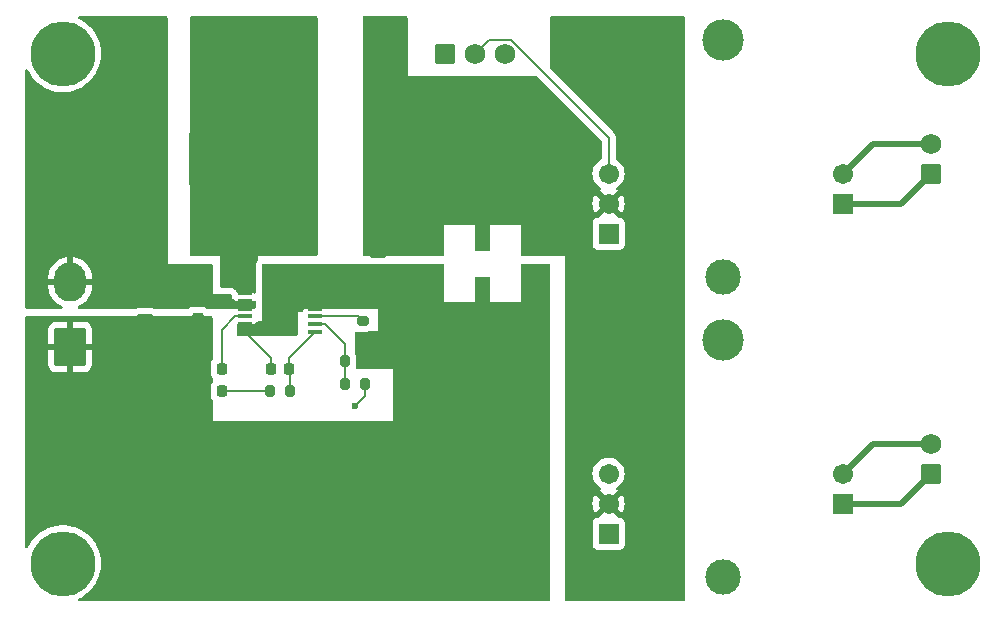
<source format=gbr>
%TF.GenerationSoftware,KiCad,Pcbnew,8.0.3*%
%TF.CreationDate,2024-11-26T12:10:15-08:00*%
%TF.ProjectId,IlluminationControlBoard,496c6c75-6d69-46e6-9174-696f6e436f6e,rev?*%
%TF.SameCoordinates,Original*%
%TF.FileFunction,Copper,L1,Top*%
%TF.FilePolarity,Positive*%
%FSLAX46Y46*%
G04 Gerber Fmt 4.6, Leading zero omitted, Abs format (unit mm)*
G04 Created by KiCad (PCBNEW 8.0.3) date 2024-11-26 12:10:15*
%MOMM*%
%LPD*%
G01*
G04 APERTURE LIST*
G04 Aperture macros list*
%AMRoundRect*
0 Rectangle with rounded corners*
0 $1 Rounding radius*
0 $2 $3 $4 $5 $6 $7 $8 $9 X,Y pos of 4 corners*
0 Add a 4 corners polygon primitive as box body*
4,1,4,$2,$3,$4,$5,$6,$7,$8,$9,$2,$3,0*
0 Add four circle primitives for the rounded corners*
1,1,$1+$1,$2,$3*
1,1,$1+$1,$4,$5*
1,1,$1+$1,$6,$7*
1,1,$1+$1,$8,$9*
0 Add four rect primitives between the rounded corners*
20,1,$1+$1,$2,$3,$4,$5,0*
20,1,$1+$1,$4,$5,$6,$7,0*
20,1,$1+$1,$6,$7,$8,$9,0*
20,1,$1+$1,$8,$9,$2,$3,0*%
G04 Aperture macros list end*
%TA.AperFunction,ComponentPad*%
%ADD10C,5.500000*%
%TD*%
%TA.AperFunction,SMDPad,CuDef*%
%ADD11RoundRect,0.250000X-1.000000X1.400000X-1.000000X-1.400000X1.000000X-1.400000X1.000000X1.400000X0*%
%TD*%
%TA.AperFunction,WasherPad*%
%ADD12C,3.500000*%
%TD*%
%TA.AperFunction,WasherPad*%
%ADD13C,3.000000*%
%TD*%
%TA.AperFunction,ComponentPad*%
%ADD14R,1.716000X1.716000*%
%TD*%
%TA.AperFunction,ComponentPad*%
%ADD15C,1.716000*%
%TD*%
%TA.AperFunction,SMDPad,CuDef*%
%ADD16RoundRect,0.250000X-0.475000X0.250000X-0.475000X-0.250000X0.475000X-0.250000X0.475000X0.250000X0*%
%TD*%
%TA.AperFunction,ComponentPad*%
%ADD17RoundRect,0.250000X0.620000X-0.620000X0.620000X0.620000X-0.620000X0.620000X-0.620000X-0.620000X0*%
%TD*%
%TA.AperFunction,ComponentPad*%
%ADD18C,1.740000*%
%TD*%
%TA.AperFunction,SMDPad,CuDef*%
%ADD19RoundRect,0.200000X-0.200000X-0.275000X0.200000X-0.275000X0.200000X0.275000X-0.200000X0.275000X0*%
%TD*%
%TA.AperFunction,SMDPad,CuDef*%
%ADD20RoundRect,0.225000X-0.225000X-0.250000X0.225000X-0.250000X0.225000X0.250000X-0.225000X0.250000X0*%
%TD*%
%TA.AperFunction,SMDPad,CuDef*%
%ADD21RoundRect,0.225000X0.225000X0.250000X-0.225000X0.250000X-0.225000X-0.250000X0.225000X-0.250000X0*%
%TD*%
%TA.AperFunction,SMDPad,CuDef*%
%ADD22RoundRect,0.225000X-0.250000X0.225000X-0.250000X-0.225000X0.250000X-0.225000X0.250000X0.225000X0*%
%TD*%
%TA.AperFunction,SMDPad,CuDef*%
%ADD23RoundRect,0.200000X0.200000X0.275000X-0.200000X0.275000X-0.200000X-0.275000X0.200000X-0.275000X0*%
%TD*%
%TA.AperFunction,ComponentPad*%
%ADD24RoundRect,0.250001X1.099999X1.399999X-1.099999X1.399999X-1.099999X-1.399999X1.099999X-1.399999X0*%
%TD*%
%TA.AperFunction,ComponentPad*%
%ADD25O,2.700000X3.300000*%
%TD*%
%TA.AperFunction,SMDPad,CuDef*%
%ADD26RoundRect,0.475000X-0.475000X-2.075000X0.475000X-2.075000X0.475000X2.075000X-0.475000X2.075000X0*%
%TD*%
%TA.AperFunction,SMDPad,CuDef*%
%ADD27RoundRect,0.200000X-0.275000X0.200000X-0.275000X-0.200000X0.275000X-0.200000X0.275000X0.200000X0*%
%TD*%
%TA.AperFunction,SMDPad,CuDef*%
%ADD28RoundRect,0.250000X0.475000X-0.250000X0.475000X0.250000X-0.475000X0.250000X-0.475000X-0.250000X0*%
%TD*%
%TA.AperFunction,ComponentPad*%
%ADD29RoundRect,0.250000X-0.620000X-0.620000X0.620000X-0.620000X0.620000X0.620000X-0.620000X0.620000X0*%
%TD*%
%TA.AperFunction,SMDPad,CuDef*%
%ADD30R,1.270000X0.304800*%
%TD*%
%TA.AperFunction,SMDPad,CuDef*%
%ADD31R,2.460000X2.310000*%
%TD*%
%TA.AperFunction,SMDPad,CuDef*%
%ADD32R,1.219200X3.098800*%
%TD*%
%TA.AperFunction,ViaPad*%
%ADD33C,0.600000*%
%TD*%
%TA.AperFunction,Conductor*%
%ADD34C,0.200000*%
%TD*%
%TA.AperFunction,Conductor*%
%ADD35C,0.500000*%
%TD*%
G04 APERTURE END LIST*
D10*
%TO.P,REF\u002A\u002A,1*%
%TO.N,N/C*%
X29210000Y-29210000D03*
%TD*%
D11*
%TO.P,D1,1,K*%
%TO.N,15V*%
X56105000Y-38100000D03*
%TO.P,D1,2,A*%
%TO.N,Net-(D1-A)*%
X49305000Y-38100000D03*
%TD*%
D10*
%TO.P,REF\u002A\u002A,1*%
%TO.N,N/C*%
X104140000Y-72390000D03*
%TD*%
D12*
%TO.P,U2,*%
%TO.N,*%
X85090000Y-53467000D03*
D13*
X85090000Y-73533000D03*
D14*
%TO.P,U2,1,GND*%
%TO.N,GND*%
X75438000Y-69850000D03*
D15*
%TO.P,U2,2,VIN*%
%TO.N,15V*%
X75438000Y-67310000D03*
%TO.P,U2,3,PWM*%
%TO.N,L2_PWM*%
X75438000Y-64770000D03*
%TO.P,U2,4,LED+*%
%TO.N,L2_PLUS*%
X95250000Y-64770000D03*
D14*
%TO.P,U2,5,LED-*%
%TO.N,L2_MINUS*%
X95250000Y-67310000D03*
%TD*%
D16*
%TO.P,C1,1*%
%TO.N,12V*%
X36195000Y-49850000D03*
%TO.P,C1,2*%
%TO.N,GND*%
X36195000Y-51750000D03*
%TD*%
D17*
%TO.P,J2,1,Pin_1*%
%TO.N,L2_MINUS*%
X102755000Y-64770000D03*
D18*
%TO.P,J2,2,Pin_2*%
%TO.N,L2_PLUS*%
X102755000Y-62230000D03*
%TD*%
D19*
%TO.P,R3,1*%
%TO.N,Net-(U3-FB)*%
X53150000Y-57150000D03*
%TO.P,R3,2*%
%TO.N,15V*%
X54800000Y-57150000D03*
%TD*%
D20*
%TO.P,C3,1*%
%TO.N,GND*%
X41135000Y-55880000D03*
%TO.P,C3,2*%
%TO.N,Net-(U3-SS)*%
X42685000Y-55880000D03*
%TD*%
D10*
%TO.P,REF\u002A\u002A,1*%
%TO.N,N/C*%
X104140000Y-29210000D03*
%TD*%
D21*
%TO.P,C4,1*%
%TO.N,Net-(U3-COMP)*%
X48400000Y-55880000D03*
%TO.P,C4,2*%
%TO.N,GND*%
X46850000Y-55880000D03*
%TD*%
D22*
%TO.P,C2,1*%
%TO.N,12V*%
X40640000Y-50025000D03*
%TO.P,C2,2*%
%TO.N,GND*%
X40640000Y-51575000D03*
%TD*%
D23*
%TO.P,R4,1*%
%TO.N,GND*%
X54800000Y-55245000D03*
%TO.P,R4,2*%
%TO.N,Net-(U3-FB)*%
X53150000Y-55245000D03*
%TD*%
D24*
%TO.P,J3,1,Pin_1*%
%TO.N,GND*%
X29845000Y-54050000D03*
D25*
%TO.P,J3,2,Pin_2*%
%TO.N,12V*%
X29845000Y-48550000D03*
%TD*%
D26*
%TO.P,L1,1,1*%
%TO.N,12V*%
X36635000Y-38100000D03*
%TO.P,L1,2,2*%
%TO.N,Net-(D1-A)*%
X40835000Y-38100000D03*
%TD*%
D27*
%TO.P,R1,1*%
%TO.N,Net-(U3-FREQ)*%
X54610000Y-51880000D03*
%TO.P,R1,2*%
%TO.N,GND*%
X54610000Y-53530000D03*
%TD*%
D10*
%TO.P,REF\u002A\u002A,1*%
%TO.N,N/C*%
X29210000Y-72390000D03*
%TD*%
D28*
%TO.P,C7,1*%
%TO.N,GND*%
X55880000Y-47940000D03*
%TO.P,C7,2*%
%TO.N,15V*%
X55880000Y-46040000D03*
%TD*%
D21*
%TO.P,C5,1*%
%TO.N,Net-(C5-Pad1)*%
X42685000Y-57785000D03*
%TO.P,C5,2*%
%TO.N,GND*%
X41135000Y-57785000D03*
%TD*%
D17*
%TO.P,J1,1,Pin_1*%
%TO.N,L1_MINUS*%
X102755000Y-39370000D03*
D18*
%TO.P,J1,2,Pin_2*%
%TO.N,L1_PLUS*%
X102755000Y-36830000D03*
%TD*%
D29*
%TO.P,J4,1,Pin_1*%
%TO.N,GND*%
X61595000Y-29210000D03*
D18*
%TO.P,J4,2,Pin_2*%
%TO.N,L1_PWM*%
X64135000Y-29210000D03*
%TO.P,J4,3,Pin_3*%
%TO.N,L2_PWM*%
X66675000Y-29210000D03*
%TD*%
D12*
%TO.P,U1,*%
%TO.N,*%
X85090000Y-28067000D03*
D13*
X85090000Y-48133000D03*
D14*
%TO.P,U1,1,GND*%
%TO.N,GND*%
X75438000Y-44450000D03*
D15*
%TO.P,U1,2,VIN*%
%TO.N,15V*%
X75438000Y-41910000D03*
%TO.P,U1,3,PWM*%
%TO.N,L1_PWM*%
X75438000Y-39370000D03*
%TO.P,U1,4,LED+*%
%TO.N,L1_PLUS*%
X95250000Y-39370000D03*
D14*
%TO.P,U1,5,LED-*%
%TO.N,L1_MINUS*%
X95250000Y-41910000D03*
%TD*%
D30*
%TO.P,U3,1,SW*%
%TO.N,Net-(D1-A)*%
X44653200Y-48849966D03*
%TO.P,U3,2,SW*%
X44653200Y-49499977D03*
%TO.P,U3,3,VIN*%
%TO.N,12V*%
X44653200Y-50149989D03*
%TO.P,U3,4,EN*%
X44653200Y-50800000D03*
%TO.P,U3,5,SS*%
%TO.N,Net-(U3-SS)*%
X44653200Y-51450011D03*
%TO.P,U3,6,SYNC*%
%TO.N,GND*%
X44653200Y-52100023D03*
%TO.P,U3,7,AGND*%
X44653200Y-52750034D03*
%TO.P,U3,8,COMP*%
%TO.N,Net-(U3-COMP)*%
X50596800Y-52750034D03*
%TO.P,U3,9,FB*%
%TO.N,Net-(U3-FB)*%
X50596800Y-52100023D03*
%TO.P,U3,10,FREQ*%
%TO.N,Net-(U3-FREQ)*%
X50596800Y-51450011D03*
%TO.P,U3,11,NC*%
%TO.N,GND*%
X50596800Y-50800000D03*
%TO.P,U3,12,PGND*%
X50596800Y-50149989D03*
%TO.P,U3,13,PGND*%
X50596800Y-49499977D03*
%TO.P,U3,14,PGND*%
X50596800Y-48849966D03*
D31*
%TO.P,U3,15,EPAD*%
X47625000Y-50800000D03*
%TD*%
D32*
%TO.P,C6,1*%
%TO.N,15V*%
X64770000Y-44284900D03*
%TO.P,C6,2*%
%TO.N,GND*%
X64770000Y-49695100D03*
%TD*%
D23*
%TO.P,R2,1*%
%TO.N,Net-(U3-COMP)*%
X48450000Y-57785000D03*
%TO.P,R2,2*%
%TO.N,Net-(C5-Pad1)*%
X46800000Y-57785000D03*
%TD*%
D33*
%TO.N,GND*%
X46863000Y-50165000D03*
X47625000Y-50800000D03*
X46863000Y-51562000D03*
X48387000Y-51562000D03*
X48387000Y-50165000D03*
%TO.N,15V*%
X53975000Y-59055000D03*
X55880000Y-43180000D03*
%TD*%
D34*
%TO.N,GND*%
X46850000Y-54946834D02*
X44653200Y-52750034D01*
X44653200Y-52750034D02*
X44653200Y-52100023D01*
X46850000Y-55880000D02*
X46850000Y-54946834D01*
%TO.N,15V*%
X54800000Y-57150000D02*
X54800000Y-58230000D01*
X54800000Y-58230000D02*
X53975000Y-59055000D01*
%TO.N,Net-(U3-SS)*%
X44653200Y-51450011D02*
X43818200Y-51450011D01*
X43818200Y-51450011D02*
X42685000Y-52583211D01*
X42685000Y-52583211D02*
X42685000Y-55880000D01*
%TO.N,Net-(U3-COMP)*%
X48400000Y-55880000D02*
X48400000Y-54946834D01*
X48400000Y-54946834D02*
X50596800Y-52750034D01*
X48450000Y-57785000D02*
X48450000Y-55930000D01*
X48450000Y-55930000D02*
X48400000Y-55880000D01*
D35*
%TO.N,L1_MINUS*%
X100215000Y-41910000D02*
X102755000Y-39370000D01*
X95250000Y-41910000D02*
X100215000Y-41910000D01*
%TO.N,L1_PLUS*%
X95250000Y-39370000D02*
X97790000Y-36830000D01*
X97790000Y-36830000D02*
X102755000Y-36830000D01*
%TO.N,L2_MINUS*%
X95250000Y-67310000D02*
X100215000Y-67310000D01*
X100215000Y-67310000D02*
X102755000Y-64770000D01*
%TO.N,L2_PLUS*%
X95250000Y-64770000D02*
X97790000Y-62230000D01*
X97790000Y-62230000D02*
X102755000Y-62230000D01*
D34*
%TO.N,L1_PWM*%
X67159630Y-28040000D02*
X75438000Y-36318370D01*
X65305000Y-28040000D02*
X67159630Y-28040000D01*
X75438000Y-36318370D02*
X75438000Y-39370000D01*
X64135000Y-29210000D02*
X65305000Y-28040000D01*
%TO.N,Net-(U3-FB)*%
X51431800Y-52100023D02*
X53150000Y-53818223D01*
X53150000Y-53818223D02*
X53150000Y-55245000D01*
X50596800Y-52100023D02*
X51431800Y-52100023D01*
X53150000Y-55245000D02*
X53150000Y-57150000D01*
%TO.N,Net-(U3-FREQ)*%
X54180011Y-51450011D02*
X54610000Y-51880000D01*
X50596800Y-51450011D02*
X54180011Y-51450011D01*
%TO.N,Net-(C5-Pad1)*%
X42685000Y-57785000D02*
X46800000Y-57785000D01*
%TD*%
%TA.AperFunction,Conductor*%
%TO.N,Net-(D1-A)*%
G36*
X50743039Y-26054685D02*
G01*
X50788794Y-26107489D01*
X50800000Y-26159000D01*
X50800000Y-46231000D01*
X50780315Y-46298039D01*
X50727511Y-46343794D01*
X50676000Y-46355000D01*
X45720000Y-46355000D01*
X45720000Y-46699062D01*
X45700315Y-46766101D01*
X45700161Y-46766306D01*
X45695433Y-46773663D01*
X45635663Y-46904537D01*
X45615976Y-46971582D01*
X45595500Y-47114001D01*
X45595500Y-49399431D01*
X45575815Y-49466470D01*
X45523011Y-49512225D01*
X45453853Y-49522169D01*
X45428168Y-49515613D01*
X45395685Y-49503498D01*
X45395683Y-49503497D01*
X45336083Y-49497090D01*
X45336081Y-49497089D01*
X45336073Y-49497089D01*
X45336065Y-49497089D01*
X44090543Y-49497089D01*
X44023504Y-49477404D01*
X43977749Y-49424600D01*
X43972888Y-49412248D01*
X43968622Y-49399431D01*
X43966314Y-49392496D01*
X43888526Y-49271457D01*
X43856710Y-49234739D01*
X43842777Y-49218659D01*
X43842773Y-49218656D01*
X43842771Y-49218653D01*
X43734037Y-49124433D01*
X43734034Y-49124431D01*
X43734032Y-49124430D01*
X43603166Y-49064664D01*
X43603161Y-49064662D01*
X43603160Y-49064662D01*
X43536121Y-49044977D01*
X43536123Y-49044977D01*
X43536118Y-49044976D01*
X43488645Y-49038150D01*
X43393701Y-49024500D01*
X43393699Y-49024500D01*
X42669000Y-49024500D01*
X42601961Y-49004815D01*
X42556206Y-48952011D01*
X42545000Y-48900500D01*
X42545000Y-46355000D01*
X40129000Y-46355000D01*
X40061961Y-46335315D01*
X40016206Y-46282511D01*
X40005000Y-46231000D01*
X40005000Y-26159000D01*
X40024685Y-26091961D01*
X40077489Y-26046206D01*
X40129000Y-26035000D01*
X50676000Y-26035000D01*
X50743039Y-26054685D01*
G37*
%TD.AperFunction*%
%TD*%
%TA.AperFunction,Conductor*%
%TO.N,12V*%
G36*
X38043039Y-26054685D02*
G01*
X38088794Y-26107489D01*
X38100000Y-26159000D01*
X38100000Y-46990000D01*
X41786000Y-46990000D01*
X41853039Y-47009685D01*
X41898794Y-47062489D01*
X41910000Y-47114000D01*
X41910000Y-49530000D01*
X43393701Y-49530000D01*
X43460740Y-49549685D01*
X43506495Y-49602489D01*
X43517701Y-49654000D01*
X43517701Y-49700253D01*
X43524108Y-49759860D01*
X43574402Y-49894705D01*
X43574406Y-49894712D01*
X43660652Y-50009921D01*
X43660655Y-50009924D01*
X43775864Y-50096170D01*
X43775871Y-50096174D01*
X43910717Y-50146468D01*
X43910716Y-50146468D01*
X43917644Y-50147212D01*
X43970327Y-50152877D01*
X45336072Y-50152876D01*
X45395683Y-50146468D01*
X45428168Y-50134351D01*
X45497857Y-50129368D01*
X45559181Y-50162852D01*
X45592666Y-50224175D01*
X45595500Y-50250534D01*
X45595500Y-50676000D01*
X45575815Y-50743039D01*
X45523011Y-50788794D01*
X45471500Y-50800000D01*
X45369586Y-50800000D01*
X45356331Y-50799289D01*
X45336082Y-50797112D01*
X45336073Y-50797111D01*
X45336063Y-50797111D01*
X43970329Y-50797111D01*
X43970325Y-50797112D01*
X43955290Y-50798728D01*
X43950065Y-50799290D01*
X43936814Y-50800000D01*
X41415192Y-50800000D01*
X41349297Y-50780650D01*
X41349191Y-50780823D01*
X41348562Y-50780435D01*
X41348153Y-50780315D01*
X41346793Y-50779344D01*
X41198705Y-50688001D01*
X41198699Y-50687998D01*
X41198697Y-50687997D01*
X41162492Y-50676000D01*
X41037709Y-50634651D01*
X40938346Y-50624500D01*
X40341662Y-50624500D01*
X40341644Y-50624501D01*
X40242292Y-50634650D01*
X40242289Y-50634651D01*
X40081305Y-50687996D01*
X40081294Y-50688001D01*
X39930809Y-50780823D01*
X39929249Y-50778294D01*
X39876939Y-50799405D01*
X39864808Y-50800000D01*
X36963516Y-50800000D01*
X36924512Y-50793706D01*
X36903924Y-50786884D01*
X36822797Y-50760001D01*
X36822795Y-50760000D01*
X36720010Y-50749500D01*
X35669998Y-50749500D01*
X35669980Y-50749501D01*
X35567203Y-50760000D01*
X35567200Y-50760001D01*
X35465488Y-50793706D01*
X35426484Y-50800000D01*
X30594955Y-50800000D01*
X30527916Y-50780315D01*
X30482161Y-50727511D01*
X30472217Y-50658353D01*
X30501242Y-50594797D01*
X30547503Y-50561439D01*
X30664978Y-50512779D01*
X30664993Y-50512772D01*
X30875009Y-50391519D01*
X31067405Y-50243889D01*
X31067412Y-50243883D01*
X31238883Y-50072412D01*
X31238889Y-50072405D01*
X31386519Y-49880009D01*
X31507772Y-49669993D01*
X31507779Y-49669978D01*
X31600578Y-49445939D01*
X31663346Y-49211687D01*
X31694998Y-48971264D01*
X31695000Y-48971248D01*
X31695000Y-48800000D01*
X30499121Y-48800000D01*
X30518099Y-48754182D01*
X30545000Y-48618944D01*
X30545000Y-48481056D01*
X30518099Y-48345818D01*
X30499121Y-48300000D01*
X31695000Y-48300000D01*
X31695000Y-48128751D01*
X31694998Y-48128735D01*
X31663346Y-47888312D01*
X31600578Y-47654060D01*
X31507779Y-47430021D01*
X31507772Y-47430006D01*
X31386519Y-47219990D01*
X31238889Y-47027594D01*
X31238883Y-47027587D01*
X31067412Y-46856116D01*
X31067405Y-46856110D01*
X30875009Y-46708480D01*
X30664993Y-46587227D01*
X30664978Y-46587220D01*
X30440939Y-46494421D01*
X30206687Y-46431653D01*
X30095000Y-46416948D01*
X30095000Y-47895879D01*
X30049182Y-47876901D01*
X29913944Y-47850000D01*
X29776056Y-47850000D01*
X29640818Y-47876901D01*
X29595000Y-47895879D01*
X29595000Y-46416948D01*
X29594999Y-46416948D01*
X29483312Y-46431653D01*
X29249060Y-46494421D01*
X29025021Y-46587220D01*
X29025006Y-46587227D01*
X28814990Y-46708480D01*
X28622594Y-46856110D01*
X28622587Y-46856116D01*
X28451116Y-47027587D01*
X28451110Y-47027594D01*
X28303480Y-47219990D01*
X28182227Y-47430006D01*
X28182220Y-47430021D01*
X28089421Y-47654060D01*
X28026653Y-47888312D01*
X27995001Y-48128735D01*
X27995000Y-48128751D01*
X27995000Y-48300000D01*
X29190879Y-48300000D01*
X29171901Y-48345818D01*
X29145000Y-48481056D01*
X29145000Y-48618944D01*
X29171901Y-48754182D01*
X29190879Y-48800000D01*
X27995000Y-48800000D01*
X27995000Y-48971248D01*
X27995001Y-48971264D01*
X28026653Y-49211687D01*
X28089421Y-49445939D01*
X28182220Y-49669978D01*
X28182227Y-49669993D01*
X28303480Y-49880009D01*
X28451110Y-50072405D01*
X28451116Y-50072412D01*
X28622587Y-50243883D01*
X28622594Y-50243889D01*
X28814990Y-50391519D01*
X29025006Y-50512772D01*
X29025021Y-50512779D01*
X29142497Y-50561439D01*
X29196901Y-50605280D01*
X29218966Y-50671574D01*
X29201687Y-50739273D01*
X29150550Y-50786884D01*
X29095045Y-50800000D01*
X26159000Y-50800000D01*
X26091961Y-50780315D01*
X26046206Y-50727511D01*
X26035000Y-50676000D01*
X26035000Y-30659386D01*
X26054685Y-30592347D01*
X26107489Y-30546592D01*
X26176647Y-30536648D01*
X26240203Y-30565673D01*
X26268555Y-30601303D01*
X26420695Y-30888269D01*
X26618498Y-31180006D01*
X26618505Y-31180016D01*
X26846685Y-31448649D01*
X26846686Y-31448650D01*
X27102580Y-31691046D01*
X27383182Y-31904354D01*
X27685202Y-32086074D01*
X27685206Y-32086075D01*
X27685210Y-32086078D01*
X28005088Y-32234070D01*
X28005092Y-32234070D01*
X28005099Y-32234074D01*
X28339122Y-32346619D01*
X28683355Y-32422391D01*
X29033763Y-32460500D01*
X29033769Y-32460500D01*
X29386231Y-32460500D01*
X29386237Y-32460500D01*
X29736645Y-32422391D01*
X30080878Y-32346619D01*
X30414901Y-32234074D01*
X30414908Y-32234070D01*
X30414911Y-32234070D01*
X30734789Y-32086078D01*
X30734798Y-32086074D01*
X31036818Y-31904354D01*
X31317420Y-31691046D01*
X31573314Y-31448650D01*
X31801501Y-31180008D01*
X31999305Y-30888269D01*
X32164407Y-30576854D01*
X32294871Y-30249414D01*
X32389168Y-29909788D01*
X32446191Y-29561957D01*
X32465274Y-29210000D01*
X32446191Y-28858043D01*
X32389168Y-28510212D01*
X32342048Y-28340500D01*
X32294873Y-28170591D01*
X32294872Y-28170589D01*
X32164411Y-27843155D01*
X32164402Y-27843137D01*
X31999304Y-27531730D01*
X31953184Y-27463708D01*
X31801501Y-27239992D01*
X31801497Y-27239987D01*
X31801494Y-27239983D01*
X31573314Y-26971350D01*
X31519368Y-26920250D01*
X31317420Y-26728954D01*
X31317413Y-26728948D01*
X31317410Y-26728946D01*
X31036815Y-26515644D01*
X30734802Y-26333928D01*
X30734789Y-26333921D01*
X30599952Y-26271539D01*
X30547374Y-26225525D01*
X30528020Y-26158389D01*
X30548034Y-26091448D01*
X30601063Y-26045953D01*
X30652018Y-26035000D01*
X37976000Y-26035000D01*
X38043039Y-26054685D01*
G37*
%TD.AperFunction*%
%TD*%
%TA.AperFunction,Conductor*%
%TO.N,15V*%
G36*
X58363039Y-26054685D02*
G01*
X58408794Y-26107489D01*
X58420000Y-26159000D01*
X58420000Y-31115000D01*
X69334033Y-31115000D01*
X69401072Y-31134685D01*
X69421714Y-31151319D01*
X74801181Y-36530786D01*
X74834666Y-36592109D01*
X74837500Y-36618467D01*
X74837500Y-38076411D01*
X74817815Y-38143450D01*
X74772518Y-38185465D01*
X74692431Y-38228806D01*
X74692422Y-38228812D01*
X74514761Y-38367092D01*
X74514756Y-38367097D01*
X74362284Y-38532723D01*
X74362276Y-38532734D01*
X74239140Y-38721207D01*
X74148703Y-38927385D01*
X74093436Y-39145628D01*
X74093434Y-39145640D01*
X74074844Y-39369994D01*
X74074844Y-39370005D01*
X74093434Y-39594359D01*
X74093436Y-39594371D01*
X74148703Y-39812614D01*
X74239140Y-40018792D01*
X74362276Y-40207265D01*
X74362284Y-40207276D01*
X74514756Y-40372902D01*
X74514760Y-40372906D01*
X74692424Y-40511189D01*
X74729453Y-40531228D01*
X74729457Y-40531230D01*
X74779047Y-40580450D01*
X74794155Y-40648666D01*
X74769985Y-40714222D01*
X74729457Y-40749339D01*
X74692699Y-40769231D01*
X74669129Y-40787575D01*
X74669129Y-40787576D01*
X75302057Y-41420504D01*
X75241919Y-41436619D01*
X75126080Y-41503498D01*
X75031498Y-41598080D01*
X74964619Y-41713919D01*
X74948504Y-41774057D01*
X74317156Y-41142709D01*
X74239581Y-41261448D01*
X74149178Y-41467546D01*
X74093930Y-41685718D01*
X74075346Y-41909994D01*
X74075346Y-41910005D01*
X74093930Y-42134281D01*
X74149178Y-42352453D01*
X74239580Y-42558548D01*
X74317157Y-42677289D01*
X74948504Y-42045941D01*
X74964619Y-42106081D01*
X75031498Y-42221920D01*
X75126080Y-42316502D01*
X75241919Y-42383381D01*
X75302057Y-42399494D01*
X74646370Y-43055181D01*
X74585047Y-43088666D01*
X74558693Y-43091500D01*
X74532131Y-43091500D01*
X74532123Y-43091501D01*
X74472516Y-43097908D01*
X74337671Y-43148202D01*
X74337664Y-43148206D01*
X74222455Y-43234452D01*
X74222452Y-43234455D01*
X74136206Y-43349664D01*
X74136202Y-43349671D01*
X74085908Y-43484517D01*
X74079501Y-43544116D01*
X74079501Y-43544123D01*
X74079500Y-43544135D01*
X74079500Y-45355870D01*
X74079501Y-45355876D01*
X74085908Y-45415483D01*
X74136202Y-45550328D01*
X74136206Y-45550335D01*
X74222452Y-45665544D01*
X74222455Y-45665547D01*
X74337664Y-45751793D01*
X74337671Y-45751797D01*
X74472517Y-45802091D01*
X74472516Y-45802091D01*
X74479444Y-45802835D01*
X74532127Y-45808500D01*
X76343872Y-45808499D01*
X76403483Y-45802091D01*
X76538331Y-45751796D01*
X76653546Y-45665546D01*
X76739796Y-45550331D01*
X76790091Y-45415483D01*
X76796500Y-45355873D01*
X76796499Y-43544128D01*
X76790091Y-43484517D01*
X76739796Y-43349669D01*
X76739795Y-43349668D01*
X76739793Y-43349664D01*
X76653547Y-43234455D01*
X76653544Y-43234452D01*
X76538335Y-43148206D01*
X76538328Y-43148202D01*
X76403482Y-43097908D01*
X76403483Y-43097908D01*
X76343883Y-43091501D01*
X76343881Y-43091500D01*
X76343873Y-43091500D01*
X76343865Y-43091500D01*
X76317310Y-43091500D01*
X76250271Y-43071815D01*
X76229629Y-43055181D01*
X75573942Y-42399495D01*
X75634081Y-42383381D01*
X75749920Y-42316502D01*
X75844502Y-42221920D01*
X75911381Y-42106081D01*
X75927495Y-42045942D01*
X76558841Y-42677289D01*
X76636415Y-42558555D01*
X76636420Y-42558547D01*
X76726821Y-42352453D01*
X76782069Y-42134281D01*
X76800654Y-41910005D01*
X76800654Y-41909994D01*
X76782069Y-41685718D01*
X76726821Y-41467546D01*
X76636417Y-41261446D01*
X76558841Y-41142709D01*
X75927494Y-41774056D01*
X75911381Y-41713919D01*
X75844502Y-41598080D01*
X75749920Y-41503498D01*
X75634081Y-41436619D01*
X75573942Y-41420505D01*
X76206870Y-40787577D01*
X76206870Y-40787576D01*
X76183296Y-40769229D01*
X76146542Y-40749338D01*
X76096952Y-40700118D01*
X76081845Y-40631901D01*
X76106017Y-40566345D01*
X76146541Y-40531230D01*
X76183576Y-40511189D01*
X76361240Y-40372906D01*
X76513722Y-40207268D01*
X76636860Y-40018791D01*
X76727296Y-39812616D01*
X76782564Y-39594368D01*
X76801156Y-39370000D01*
X76782564Y-39145632D01*
X76727296Y-38927384D01*
X76636860Y-38721209D01*
X76513722Y-38532732D01*
X76513719Y-38532729D01*
X76513715Y-38532723D01*
X76361243Y-38367097D01*
X76361238Y-38367092D01*
X76183577Y-38228812D01*
X76183576Y-38228811D01*
X76183573Y-38228809D01*
X76183568Y-38228806D01*
X76103482Y-38185465D01*
X76053892Y-38136246D01*
X76038500Y-38076411D01*
X76038500Y-36239315D01*
X76038500Y-36239313D01*
X75997577Y-36086586D01*
X75997577Y-36086585D01*
X75997577Y-36086584D01*
X75968639Y-36036465D01*
X75968637Y-36036462D01*
X75918520Y-35949654D01*
X75806716Y-35837850D01*
X75806715Y-35837849D01*
X75802385Y-35833519D01*
X75802374Y-35833509D01*
X70521319Y-30552454D01*
X70487834Y-30491131D01*
X70485000Y-30464773D01*
X70485000Y-26159000D01*
X70504685Y-26091961D01*
X70557489Y-26046206D01*
X70609000Y-26035000D01*
X81791000Y-26035000D01*
X81858039Y-26054685D01*
X81903794Y-26107489D01*
X81915000Y-26159000D01*
X81915000Y-75441000D01*
X81895315Y-75508039D01*
X81842511Y-75553794D01*
X81791000Y-75565000D01*
X71879000Y-75565000D01*
X71811961Y-75545315D01*
X71766206Y-75492511D01*
X71755000Y-75441000D01*
X71755000Y-64769994D01*
X74074844Y-64769994D01*
X74074844Y-64770005D01*
X74093434Y-64994359D01*
X74093436Y-64994371D01*
X74148703Y-65212614D01*
X74239140Y-65418792D01*
X74362276Y-65607265D01*
X74362284Y-65607276D01*
X74514756Y-65772902D01*
X74514760Y-65772906D01*
X74692424Y-65911189D01*
X74729453Y-65931228D01*
X74729457Y-65931230D01*
X74779047Y-65980450D01*
X74794155Y-66048666D01*
X74769985Y-66114222D01*
X74729457Y-66149339D01*
X74692699Y-66169231D01*
X74669129Y-66187575D01*
X74669129Y-66187576D01*
X75302057Y-66820504D01*
X75241919Y-66836619D01*
X75126080Y-66903498D01*
X75031498Y-66998080D01*
X74964619Y-67113919D01*
X74948504Y-67174057D01*
X74317156Y-66542709D01*
X74239581Y-66661448D01*
X74149178Y-66867546D01*
X74093930Y-67085718D01*
X74075346Y-67309994D01*
X74075346Y-67310005D01*
X74093930Y-67534281D01*
X74149178Y-67752453D01*
X74239580Y-67958548D01*
X74317157Y-68077289D01*
X74948504Y-67445941D01*
X74964619Y-67506081D01*
X75031498Y-67621920D01*
X75126080Y-67716502D01*
X75241919Y-67783381D01*
X75302057Y-67799494D01*
X74646370Y-68455181D01*
X74585047Y-68488666D01*
X74558693Y-68491500D01*
X74532131Y-68491500D01*
X74532123Y-68491501D01*
X74472516Y-68497908D01*
X74337671Y-68548202D01*
X74337664Y-68548206D01*
X74222455Y-68634452D01*
X74222452Y-68634455D01*
X74136206Y-68749664D01*
X74136202Y-68749671D01*
X74085908Y-68884517D01*
X74079501Y-68944116D01*
X74079501Y-68944123D01*
X74079500Y-68944135D01*
X74079500Y-70755870D01*
X74079501Y-70755876D01*
X74085908Y-70815483D01*
X74136202Y-70950328D01*
X74136206Y-70950335D01*
X74222452Y-71065544D01*
X74222455Y-71065547D01*
X74337664Y-71151793D01*
X74337671Y-71151797D01*
X74472517Y-71202091D01*
X74472516Y-71202091D01*
X74479444Y-71202835D01*
X74532127Y-71208500D01*
X76343872Y-71208499D01*
X76403483Y-71202091D01*
X76538331Y-71151796D01*
X76653546Y-71065546D01*
X76739796Y-70950331D01*
X76790091Y-70815483D01*
X76796500Y-70755873D01*
X76796499Y-68944128D01*
X76790091Y-68884517D01*
X76739796Y-68749669D01*
X76739795Y-68749668D01*
X76739793Y-68749664D01*
X76653547Y-68634455D01*
X76653544Y-68634452D01*
X76538335Y-68548206D01*
X76538328Y-68548202D01*
X76403482Y-68497908D01*
X76403483Y-68497908D01*
X76343883Y-68491501D01*
X76343881Y-68491500D01*
X76343873Y-68491500D01*
X76343865Y-68491500D01*
X76317310Y-68491500D01*
X76250271Y-68471815D01*
X76229629Y-68455181D01*
X75573942Y-67799495D01*
X75634081Y-67783381D01*
X75749920Y-67716502D01*
X75844502Y-67621920D01*
X75911381Y-67506081D01*
X75927494Y-67445942D01*
X76558841Y-68077289D01*
X76636415Y-67958555D01*
X76636420Y-67958547D01*
X76726821Y-67752453D01*
X76782069Y-67534281D01*
X76800654Y-67310005D01*
X76800654Y-67309994D01*
X76782069Y-67085718D01*
X76726821Y-66867546D01*
X76636417Y-66661446D01*
X76558841Y-66542709D01*
X75927494Y-67174056D01*
X75911381Y-67113919D01*
X75844502Y-66998080D01*
X75749920Y-66903498D01*
X75634081Y-66836619D01*
X75573942Y-66820505D01*
X76206870Y-66187577D01*
X76206870Y-66187576D01*
X76183296Y-66169229D01*
X76146542Y-66149338D01*
X76096952Y-66100118D01*
X76081845Y-66031901D01*
X76106017Y-65966345D01*
X76146541Y-65931230D01*
X76183576Y-65911189D01*
X76361240Y-65772906D01*
X76513722Y-65607268D01*
X76636860Y-65418791D01*
X76727296Y-65212616D01*
X76782564Y-64994368D01*
X76801156Y-64770000D01*
X76782564Y-64545632D01*
X76727296Y-64327384D01*
X76636860Y-64121209D01*
X76513722Y-63932732D01*
X76513719Y-63932729D01*
X76513715Y-63932723D01*
X76361243Y-63767097D01*
X76361238Y-63767092D01*
X76183577Y-63628812D01*
X76183572Y-63628808D01*
X75985580Y-63521661D01*
X75985577Y-63521659D01*
X75985574Y-63521658D01*
X75985571Y-63521657D01*
X75985569Y-63521656D01*
X75772637Y-63448556D01*
X75550569Y-63411500D01*
X75325431Y-63411500D01*
X75103362Y-63448556D01*
X74890430Y-63521656D01*
X74890419Y-63521661D01*
X74692427Y-63628808D01*
X74692422Y-63628812D01*
X74514761Y-63767092D01*
X74514756Y-63767097D01*
X74362284Y-63932723D01*
X74362276Y-63932734D01*
X74239140Y-64121207D01*
X74148703Y-64327385D01*
X74093436Y-64545628D01*
X74093434Y-64545640D01*
X74074844Y-64769994D01*
X71755000Y-64769994D01*
X71755000Y-46355000D01*
X70485000Y-46355000D01*
X68145200Y-46355000D01*
X68078161Y-46335315D01*
X68032406Y-46282511D01*
X68021200Y-46231000D01*
X68021200Y-43738800D01*
X65430400Y-43738800D01*
X65430400Y-45761100D01*
X65410715Y-45828139D01*
X65357911Y-45873894D01*
X65306400Y-45885100D01*
X64233600Y-45885100D01*
X64166561Y-45865415D01*
X64120806Y-45812611D01*
X64109600Y-45761100D01*
X64109600Y-43738800D01*
X61518800Y-43738800D01*
X61518800Y-46231000D01*
X61499115Y-46298039D01*
X61446311Y-46343794D01*
X61394800Y-46355000D01*
X54734000Y-46355000D01*
X54666961Y-46335315D01*
X54621206Y-46282511D01*
X54610000Y-46231000D01*
X54610000Y-26159000D01*
X54629685Y-26091961D01*
X54682489Y-26046206D01*
X54734000Y-26035000D01*
X58296000Y-26035000D01*
X58363039Y-26054685D01*
G37*
%TD.AperFunction*%
%TD*%
%TA.AperFunction,Conductor*%
%TO.N,GND*%
G36*
X55150488Y-46996294D02*
G01*
X55252203Y-47029999D01*
X55354991Y-47040500D01*
X56405008Y-47040499D01*
X56405016Y-47040498D01*
X56405019Y-47040498D01*
X56461302Y-47034748D01*
X56507797Y-47029999D01*
X56609512Y-46996294D01*
X56648516Y-46990000D01*
X61394800Y-46990000D01*
X61461839Y-47009685D01*
X61507594Y-47062489D01*
X61518800Y-47114000D01*
X61518800Y-50241200D01*
X64109600Y-50241200D01*
X64109600Y-48218900D01*
X64129285Y-48151861D01*
X64182089Y-48106106D01*
X64233600Y-48094900D01*
X65306400Y-48094900D01*
X65373439Y-48114585D01*
X65419194Y-48167389D01*
X65430400Y-48218900D01*
X65430400Y-50241200D01*
X68021200Y-50241200D01*
X68021200Y-47114000D01*
X68040885Y-47046961D01*
X68093689Y-47001206D01*
X68145200Y-46990000D01*
X70361000Y-46990000D01*
X70428039Y-47009685D01*
X70473794Y-47062489D01*
X70485000Y-47114000D01*
X70485000Y-75441000D01*
X70465315Y-75508039D01*
X70412511Y-75553794D01*
X70361000Y-75565000D01*
X41910000Y-75565000D01*
X30652018Y-75565000D01*
X30584979Y-75545315D01*
X30539224Y-75492511D01*
X30529280Y-75423353D01*
X30558305Y-75359797D01*
X30599952Y-75328461D01*
X30734789Y-75266078D01*
X30734798Y-75266074D01*
X31036818Y-75084354D01*
X31317420Y-74871046D01*
X31573314Y-74628650D01*
X31801501Y-74360008D01*
X31999305Y-74068269D01*
X32164407Y-73756854D01*
X32294871Y-73429414D01*
X32316175Y-73352686D01*
X32323180Y-73327453D01*
X32389168Y-73089788D01*
X32446191Y-72741957D01*
X32465274Y-72390000D01*
X32446191Y-72038043D01*
X32389168Y-71690212D01*
X32346704Y-71537271D01*
X32294873Y-71350591D01*
X32294872Y-71350589D01*
X32164411Y-71023155D01*
X32164402Y-71023137D01*
X32144381Y-70985373D01*
X31999305Y-70711731D01*
X31801501Y-70419992D01*
X31801497Y-70419987D01*
X31801494Y-70419983D01*
X31573314Y-70151350D01*
X31317420Y-69908954D01*
X31317413Y-69908948D01*
X31317410Y-69908946D01*
X31036815Y-69695644D01*
X30734802Y-69513928D01*
X30734789Y-69513921D01*
X30414911Y-69365929D01*
X30414906Y-69365928D01*
X30414903Y-69365927D01*
X30414901Y-69365926D01*
X30308432Y-69330052D01*
X30080880Y-69253381D01*
X29736643Y-69177608D01*
X29386238Y-69139500D01*
X29386237Y-69139500D01*
X29033763Y-69139500D01*
X29033761Y-69139500D01*
X28683356Y-69177608D01*
X28339119Y-69253381D01*
X28005093Y-69365928D01*
X28005088Y-69365929D01*
X27685210Y-69513921D01*
X27685197Y-69513928D01*
X27383184Y-69695644D01*
X27102589Y-69908946D01*
X27102580Y-69908954D01*
X26846685Y-70151350D01*
X26618505Y-70419983D01*
X26618498Y-70419993D01*
X26420695Y-70711730D01*
X26268555Y-70998696D01*
X26219762Y-71048706D01*
X26151677Y-71064397D01*
X26085917Y-71040787D01*
X26043360Y-70985373D01*
X26035000Y-70940613D01*
X26035000Y-52600014D01*
X27995000Y-52600014D01*
X27995000Y-53800000D01*
X29190879Y-53800000D01*
X29171901Y-53845818D01*
X29145000Y-53981056D01*
X29145000Y-54118944D01*
X29171901Y-54254182D01*
X29190879Y-54300000D01*
X27995000Y-54300000D01*
X27995000Y-55499985D01*
X28005493Y-55602689D01*
X28005494Y-55602696D01*
X28060641Y-55769118D01*
X28060643Y-55769123D01*
X28152684Y-55918344D01*
X28276655Y-56042315D01*
X28425876Y-56134356D01*
X28425881Y-56134358D01*
X28592303Y-56189505D01*
X28592310Y-56189506D01*
X28695014Y-56199999D01*
X28695027Y-56200000D01*
X29595000Y-56200000D01*
X29595000Y-54704120D01*
X29640818Y-54723099D01*
X29776056Y-54750000D01*
X29913944Y-54750000D01*
X30049182Y-54723099D01*
X30095000Y-54704120D01*
X30095000Y-56200000D01*
X30994973Y-56200000D01*
X30994985Y-56199999D01*
X31097689Y-56189506D01*
X31097696Y-56189505D01*
X31264118Y-56134358D01*
X31264123Y-56134356D01*
X31413344Y-56042315D01*
X31537315Y-55918344D01*
X31629356Y-55769123D01*
X31629358Y-55769118D01*
X31684505Y-55602696D01*
X31684506Y-55602689D01*
X31694999Y-55499985D01*
X31695000Y-55499972D01*
X31695000Y-54300000D01*
X30499121Y-54300000D01*
X30518099Y-54254182D01*
X30545000Y-54118944D01*
X30545000Y-53981056D01*
X30518099Y-53845818D01*
X30499121Y-53800000D01*
X31695000Y-53800000D01*
X31695000Y-52600027D01*
X31694999Y-52600014D01*
X31684506Y-52497310D01*
X31684505Y-52497303D01*
X31629358Y-52330881D01*
X31629356Y-52330876D01*
X31537315Y-52181655D01*
X31413344Y-52057684D01*
X31264123Y-51965643D01*
X31264118Y-51965641D01*
X31097696Y-51910494D01*
X31097689Y-51910493D01*
X30994985Y-51900000D01*
X30095000Y-51900000D01*
X30095000Y-53395879D01*
X30049182Y-53376901D01*
X29913944Y-53350000D01*
X29776056Y-53350000D01*
X29640818Y-53376901D01*
X29595000Y-53395879D01*
X29595000Y-51900000D01*
X28695014Y-51900000D01*
X28592310Y-51910493D01*
X28592303Y-51910494D01*
X28425881Y-51965641D01*
X28425876Y-51965643D01*
X28276655Y-52057684D01*
X28152684Y-52181655D01*
X28060643Y-52330876D01*
X28060641Y-52330881D01*
X28005494Y-52497303D01*
X28005493Y-52497310D01*
X27995000Y-52600014D01*
X26035000Y-52600014D01*
X26035000Y-51559000D01*
X26054685Y-51491961D01*
X26107489Y-51446206D01*
X26159000Y-51435000D01*
X41786000Y-51435000D01*
X41853039Y-51454685D01*
X41898794Y-51507489D01*
X41910000Y-51559000D01*
X41910000Y-55104807D01*
X41890650Y-55170702D01*
X41890823Y-55170809D01*
X41890434Y-55171438D01*
X41890315Y-55171846D01*
X41889345Y-55173204D01*
X41798001Y-55321294D01*
X41797996Y-55321305D01*
X41744651Y-55482290D01*
X41734500Y-55581647D01*
X41734500Y-56178337D01*
X41734501Y-56178355D01*
X41744650Y-56277707D01*
X41744651Y-56277710D01*
X41797996Y-56438694D01*
X41798001Y-56438705D01*
X41890823Y-56589191D01*
X41888294Y-56590750D01*
X41909405Y-56643061D01*
X41910000Y-56655192D01*
X41910000Y-57009807D01*
X41890650Y-57075702D01*
X41890823Y-57075809D01*
X41890434Y-57076438D01*
X41890315Y-57076846D01*
X41889345Y-57078204D01*
X41798001Y-57226294D01*
X41797996Y-57226305D01*
X41744651Y-57387290D01*
X41734500Y-57486647D01*
X41734500Y-58083337D01*
X41734501Y-58083355D01*
X41744650Y-58182707D01*
X41744651Y-58182710D01*
X41797996Y-58343694D01*
X41798001Y-58343705D01*
X41890823Y-58494191D01*
X41888294Y-58495750D01*
X41909405Y-58548061D01*
X41910000Y-58560192D01*
X41910000Y-60325000D01*
X57150000Y-60325000D01*
X57150000Y-55880000D01*
X54140062Y-55880000D01*
X54073023Y-55860315D01*
X54027268Y-55807511D01*
X54017324Y-55738353D01*
X54021677Y-55719110D01*
X54044086Y-55647196D01*
X54050500Y-55576616D01*
X54050500Y-54913384D01*
X54044086Y-54842804D01*
X53993478Y-54680394D01*
X53992880Y-54679404D01*
X53992631Y-54678513D01*
X53990399Y-54673552D01*
X53991154Y-54673212D01*
X53975000Y-54615259D01*
X53975000Y-52870062D01*
X53994685Y-52803023D01*
X54047489Y-52757268D01*
X54116647Y-52747324D01*
X54135888Y-52751676D01*
X54207804Y-52774086D01*
X54278384Y-52780500D01*
X54278387Y-52780500D01*
X54941613Y-52780500D01*
X54941616Y-52780500D01*
X55012196Y-52774086D01*
X55174606Y-52723478D01*
X55175594Y-52722880D01*
X55176485Y-52722632D01*
X55181445Y-52720400D01*
X55181784Y-52721155D01*
X55239740Y-52705000D01*
X55880000Y-52705000D01*
X55880000Y-50800000D01*
X52705000Y-50800000D01*
X52691808Y-50813192D01*
X52630485Y-50846677D01*
X52604127Y-50849511D01*
X51484963Y-50849511D01*
X51441630Y-50841693D01*
X51339282Y-50803519D01*
X51339283Y-50803519D01*
X51279683Y-50797112D01*
X51279681Y-50797111D01*
X51279673Y-50797111D01*
X51279664Y-50797111D01*
X49913929Y-50797111D01*
X49913923Y-50797112D01*
X49854316Y-50803519D01*
X49719471Y-50853813D01*
X49719464Y-50853817D01*
X49604257Y-50940062D01*
X49604248Y-50940071D01*
X49556158Y-51004311D01*
X49500224Y-51046182D01*
X49456892Y-51054000D01*
X49149000Y-51054000D01*
X49149000Y-52962000D01*
X49129315Y-53029039D01*
X49076511Y-53074794D01*
X49025000Y-53086000D01*
X44066000Y-53086000D01*
X43998961Y-53066315D01*
X43953206Y-53013511D01*
X43942000Y-52962000D01*
X43942000Y-52226910D01*
X43961685Y-52159871D01*
X44014489Y-52114116D01*
X44066000Y-52102910D01*
X45336071Y-52102910D01*
X45336072Y-52102910D01*
X45395683Y-52096502D01*
X45530531Y-52046207D01*
X45645746Y-51959957D01*
X45690817Y-51899750D01*
X45716316Y-51865689D01*
X45772250Y-51823818D01*
X45815582Y-51816000D01*
X46101000Y-51816000D01*
X46101000Y-47114000D01*
X46120685Y-47046961D01*
X46173489Y-47001206D01*
X46225000Y-46990000D01*
X55111484Y-46990000D01*
X55150488Y-46996294D01*
G37*
%TD.AperFunction*%
%TD*%
M02*

</source>
